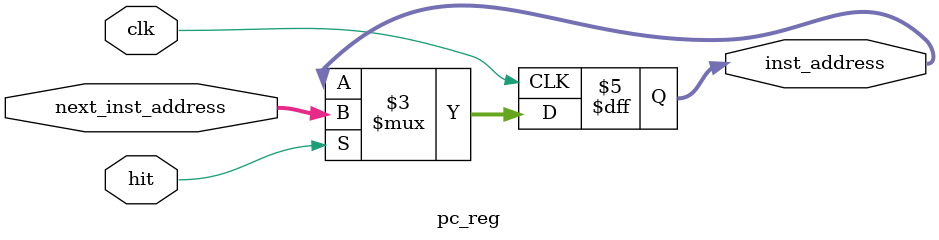
<source format=v>
`timescale 1ns / 1ps

module pc_reg (
	input [31:0] next_inst_address,
	input clk,
	input hit,
	output reg [31:0] inst_address
	);
	
	always @(negedge clk) begin
		if (hit == 1'b1) 
			#0.001 inst_address <= next_inst_address;
	end

endmodule

</source>
